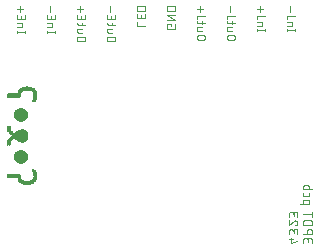
<source format=gbr>
G04 EAGLE Gerber RS-274X export*
G75*
%MOMM*%
%FSLAX34Y34*%
%LPD*%
%INSilkscreen Bottom*%
%IPPOS*%
%AMOC8*
5,1,8,0,0,1.08239X$1,22.5*%
G01*
%ADD10C,0.076200*%
%ADD11R,0.025400X0.152400*%
%ADD12R,0.025400X0.101600*%
%ADD13R,0.025400X0.025400*%
%ADD14R,0.025400X0.050800*%
%ADD15R,0.025400X0.279400*%
%ADD16R,0.025400X0.355600*%
%ADD17R,0.025400X0.304800*%
%ADD18R,0.025400X0.431800*%
%ADD19R,0.025400X0.482600*%
%ADD20R,0.025400X0.533400*%
%ADD21R,0.025400X0.558800*%
%ADD22R,0.025400X0.584200*%
%ADD23R,0.025400X0.609600*%
%ADD24R,0.025400X0.635000*%
%ADD25R,0.025400X0.660400*%
%ADD26R,0.025400X0.406400*%
%ADD27R,0.025400X0.762000*%
%ADD28R,0.025400X0.736600*%
%ADD29R,0.025400X0.457200*%
%ADD30R,0.025400X0.508000*%
%ADD31R,0.025400X0.711200*%
%ADD32R,0.025400X0.838200*%
%ADD33R,0.025400X0.812800*%
%ADD34R,0.025400X0.863600*%
%ADD35R,0.025400X0.889000*%
%ADD36R,0.025400X0.914400*%
%ADD37R,0.025400X0.965200*%
%ADD38R,0.025400X0.787400*%
%ADD39R,0.025400X0.939800*%
%ADD40R,0.025400X0.990600*%
%ADD41R,0.025400X0.381000*%
%ADD42R,0.025400X1.016000*%
%ADD43R,0.025400X1.041400*%
%ADD44R,0.025400X1.066800*%
%ADD45R,0.025400X1.092200*%
%ADD46R,0.025400X0.685800*%
%ADD47R,0.025400X1.117600*%
%ADD48R,0.025400X1.143000*%
%ADD49R,0.025400X0.330200*%
%ADD50R,0.025400X0.076200*%
%ADD51R,0.025400X0.127000*%
%ADD52R,0.025400X0.203200*%
%ADD53R,0.025400X0.177800*%
%ADD54R,0.025400X0.254000*%


D10*
X25019Y191017D02*
X17653Y191017D01*
X17653Y191835D02*
X17653Y190198D01*
X25019Y190198D02*
X25019Y191835D01*
X22564Y194988D02*
X17653Y194988D01*
X22564Y194988D02*
X22564Y197034D01*
X22562Y197103D01*
X22556Y197171D01*
X22547Y197240D01*
X22533Y197307D01*
X22516Y197374D01*
X22495Y197440D01*
X22471Y197504D01*
X22442Y197567D01*
X22411Y197628D01*
X22376Y197687D01*
X22338Y197745D01*
X22296Y197800D01*
X22252Y197852D01*
X22204Y197902D01*
X22154Y197950D01*
X22102Y197994D01*
X22047Y198036D01*
X21989Y198074D01*
X21930Y198109D01*
X21869Y198140D01*
X21806Y198169D01*
X21742Y198193D01*
X21676Y198214D01*
X21609Y198231D01*
X21542Y198245D01*
X21473Y198254D01*
X21405Y198260D01*
X21336Y198262D01*
X17653Y198262D01*
X17653Y201910D02*
X17653Y205183D01*
X17653Y201910D02*
X25019Y201910D01*
X25019Y205183D01*
X21745Y204365D02*
X21745Y201910D01*
X20518Y208068D02*
X20518Y212979D01*
X22973Y210524D02*
X18062Y210524D01*
X43053Y191017D02*
X50419Y191017D01*
X43053Y190198D02*
X43053Y191835D01*
X50419Y191835D02*
X50419Y190198D01*
X47964Y194988D02*
X43053Y194988D01*
X47964Y194988D02*
X47964Y197034D01*
X47962Y197103D01*
X47956Y197171D01*
X47947Y197240D01*
X47933Y197307D01*
X47916Y197374D01*
X47895Y197440D01*
X47871Y197504D01*
X47842Y197567D01*
X47811Y197628D01*
X47776Y197687D01*
X47738Y197745D01*
X47696Y197800D01*
X47652Y197852D01*
X47604Y197902D01*
X47554Y197950D01*
X47502Y197994D01*
X47447Y198036D01*
X47389Y198074D01*
X47330Y198109D01*
X47269Y198140D01*
X47206Y198169D01*
X47142Y198193D01*
X47076Y198214D01*
X47009Y198231D01*
X46942Y198245D01*
X46873Y198254D01*
X46805Y198260D01*
X46736Y198262D01*
X43053Y198262D01*
X43053Y201910D02*
X43053Y205183D01*
X43053Y201910D02*
X50419Y201910D01*
X50419Y205183D01*
X47145Y204365D02*
X47145Y201910D01*
X45918Y208068D02*
X45918Y212979D01*
X70499Y182874D02*
X73773Y182874D01*
X73773Y182875D02*
X73862Y182877D01*
X73951Y182883D01*
X74040Y182893D01*
X74128Y182906D01*
X74216Y182923D01*
X74303Y182945D01*
X74388Y182970D01*
X74473Y182998D01*
X74556Y183031D01*
X74638Y183067D01*
X74718Y183106D01*
X74796Y183149D01*
X74872Y183195D01*
X74947Y183245D01*
X75019Y183298D01*
X75088Y183354D01*
X75155Y183413D01*
X75220Y183474D01*
X75281Y183539D01*
X75340Y183606D01*
X75396Y183675D01*
X75449Y183747D01*
X75499Y183822D01*
X75545Y183898D01*
X75588Y183976D01*
X75627Y184056D01*
X75663Y184138D01*
X75696Y184221D01*
X75724Y184306D01*
X75749Y184391D01*
X75771Y184478D01*
X75788Y184566D01*
X75801Y184654D01*
X75811Y184743D01*
X75817Y184832D01*
X75819Y184921D01*
X75817Y185010D01*
X75811Y185099D01*
X75801Y185188D01*
X75788Y185276D01*
X75771Y185364D01*
X75749Y185451D01*
X75724Y185536D01*
X75696Y185621D01*
X75663Y185704D01*
X75627Y185786D01*
X75588Y185866D01*
X75545Y185944D01*
X75499Y186020D01*
X75449Y186095D01*
X75396Y186167D01*
X75340Y186236D01*
X75281Y186303D01*
X75220Y186368D01*
X75155Y186429D01*
X75088Y186488D01*
X75019Y186544D01*
X74947Y186597D01*
X74872Y186647D01*
X74796Y186693D01*
X74718Y186736D01*
X74638Y186775D01*
X74556Y186811D01*
X74473Y186844D01*
X74388Y186872D01*
X74303Y186897D01*
X74216Y186919D01*
X74128Y186936D01*
X74040Y186949D01*
X73951Y186959D01*
X73862Y186965D01*
X73773Y186967D01*
X70499Y186967D01*
X70410Y186965D01*
X70321Y186959D01*
X70232Y186949D01*
X70144Y186936D01*
X70056Y186919D01*
X69969Y186897D01*
X69884Y186872D01*
X69799Y186844D01*
X69716Y186811D01*
X69634Y186775D01*
X69554Y186736D01*
X69476Y186693D01*
X69400Y186647D01*
X69325Y186597D01*
X69253Y186544D01*
X69184Y186488D01*
X69117Y186429D01*
X69052Y186368D01*
X68991Y186303D01*
X68932Y186236D01*
X68876Y186167D01*
X68823Y186095D01*
X68773Y186020D01*
X68727Y185944D01*
X68684Y185866D01*
X68645Y185786D01*
X68609Y185704D01*
X68576Y185621D01*
X68548Y185536D01*
X68523Y185451D01*
X68501Y185364D01*
X68484Y185276D01*
X68471Y185188D01*
X68461Y185099D01*
X68455Y185010D01*
X68453Y184921D01*
X68455Y184832D01*
X68461Y184743D01*
X68471Y184654D01*
X68484Y184566D01*
X68501Y184478D01*
X68523Y184391D01*
X68548Y184306D01*
X68576Y184221D01*
X68609Y184138D01*
X68645Y184056D01*
X68684Y183976D01*
X68727Y183898D01*
X68773Y183822D01*
X68823Y183747D01*
X68876Y183675D01*
X68932Y183606D01*
X68991Y183539D01*
X69052Y183474D01*
X69117Y183413D01*
X69184Y183354D01*
X69253Y183298D01*
X69325Y183245D01*
X69400Y183195D01*
X69476Y183149D01*
X69554Y183106D01*
X69634Y183067D01*
X69716Y183031D01*
X69799Y182998D01*
X69884Y182970D01*
X69969Y182945D01*
X70056Y182923D01*
X70144Y182906D01*
X70232Y182893D01*
X70321Y182883D01*
X70410Y182877D01*
X70499Y182875D01*
X69681Y190355D02*
X73364Y190355D01*
X69681Y190355D02*
X69612Y190357D01*
X69544Y190363D01*
X69475Y190372D01*
X69408Y190386D01*
X69341Y190403D01*
X69275Y190424D01*
X69211Y190448D01*
X69148Y190477D01*
X69087Y190508D01*
X69028Y190543D01*
X68970Y190581D01*
X68915Y190623D01*
X68863Y190667D01*
X68813Y190715D01*
X68765Y190765D01*
X68721Y190817D01*
X68679Y190872D01*
X68641Y190930D01*
X68606Y190989D01*
X68575Y191050D01*
X68546Y191113D01*
X68522Y191177D01*
X68501Y191243D01*
X68484Y191310D01*
X68470Y191377D01*
X68461Y191446D01*
X68455Y191514D01*
X68453Y191583D01*
X68453Y193629D01*
X73364Y193629D01*
X73364Y196308D02*
X73364Y198764D01*
X75819Y197127D02*
X69681Y197127D01*
X69681Y197126D02*
X69612Y197128D01*
X69544Y197134D01*
X69475Y197143D01*
X69408Y197157D01*
X69341Y197174D01*
X69275Y197195D01*
X69211Y197219D01*
X69148Y197248D01*
X69087Y197279D01*
X69028Y197314D01*
X68970Y197352D01*
X68915Y197394D01*
X68863Y197438D01*
X68813Y197486D01*
X68765Y197536D01*
X68721Y197588D01*
X68679Y197643D01*
X68641Y197701D01*
X68606Y197760D01*
X68575Y197821D01*
X68546Y197884D01*
X68522Y197948D01*
X68501Y198014D01*
X68484Y198081D01*
X68470Y198148D01*
X68461Y198217D01*
X68455Y198285D01*
X68453Y198354D01*
X68453Y198764D01*
X68453Y201910D02*
X68453Y205183D01*
X68453Y201910D02*
X75819Y201910D01*
X75819Y205183D01*
X72545Y204365D02*
X72545Y201910D01*
X71318Y208068D02*
X71318Y212979D01*
X73773Y210524D02*
X68862Y210524D01*
X95899Y182874D02*
X99173Y182874D01*
X99173Y182875D02*
X99262Y182877D01*
X99351Y182883D01*
X99440Y182893D01*
X99528Y182906D01*
X99616Y182923D01*
X99703Y182945D01*
X99788Y182970D01*
X99873Y182998D01*
X99956Y183031D01*
X100038Y183067D01*
X100118Y183106D01*
X100196Y183149D01*
X100272Y183195D01*
X100347Y183245D01*
X100419Y183298D01*
X100488Y183354D01*
X100555Y183413D01*
X100620Y183474D01*
X100681Y183539D01*
X100740Y183606D01*
X100796Y183675D01*
X100849Y183747D01*
X100899Y183822D01*
X100945Y183898D01*
X100988Y183976D01*
X101027Y184056D01*
X101063Y184138D01*
X101096Y184221D01*
X101124Y184306D01*
X101149Y184391D01*
X101171Y184478D01*
X101188Y184566D01*
X101201Y184654D01*
X101211Y184743D01*
X101217Y184832D01*
X101219Y184921D01*
X101217Y185010D01*
X101211Y185099D01*
X101201Y185188D01*
X101188Y185276D01*
X101171Y185364D01*
X101149Y185451D01*
X101124Y185536D01*
X101096Y185621D01*
X101063Y185704D01*
X101027Y185786D01*
X100988Y185866D01*
X100945Y185944D01*
X100899Y186020D01*
X100849Y186095D01*
X100796Y186167D01*
X100740Y186236D01*
X100681Y186303D01*
X100620Y186368D01*
X100555Y186429D01*
X100488Y186488D01*
X100419Y186544D01*
X100347Y186597D01*
X100272Y186647D01*
X100196Y186693D01*
X100118Y186736D01*
X100038Y186775D01*
X99956Y186811D01*
X99873Y186844D01*
X99788Y186872D01*
X99703Y186897D01*
X99616Y186919D01*
X99528Y186936D01*
X99440Y186949D01*
X99351Y186959D01*
X99262Y186965D01*
X99173Y186967D01*
X95899Y186967D01*
X95810Y186965D01*
X95721Y186959D01*
X95632Y186949D01*
X95544Y186936D01*
X95456Y186919D01*
X95369Y186897D01*
X95284Y186872D01*
X95199Y186844D01*
X95116Y186811D01*
X95034Y186775D01*
X94954Y186736D01*
X94876Y186693D01*
X94800Y186647D01*
X94725Y186597D01*
X94653Y186544D01*
X94584Y186488D01*
X94517Y186429D01*
X94452Y186368D01*
X94391Y186303D01*
X94332Y186236D01*
X94276Y186167D01*
X94223Y186095D01*
X94173Y186020D01*
X94127Y185944D01*
X94084Y185866D01*
X94045Y185786D01*
X94009Y185704D01*
X93976Y185621D01*
X93948Y185536D01*
X93923Y185451D01*
X93901Y185364D01*
X93884Y185276D01*
X93871Y185188D01*
X93861Y185099D01*
X93855Y185010D01*
X93853Y184921D01*
X93855Y184832D01*
X93861Y184743D01*
X93871Y184654D01*
X93884Y184566D01*
X93901Y184478D01*
X93923Y184391D01*
X93948Y184306D01*
X93976Y184221D01*
X94009Y184138D01*
X94045Y184056D01*
X94084Y183976D01*
X94127Y183898D01*
X94173Y183822D01*
X94223Y183747D01*
X94276Y183675D01*
X94332Y183606D01*
X94391Y183539D01*
X94452Y183474D01*
X94517Y183413D01*
X94584Y183354D01*
X94653Y183298D01*
X94725Y183245D01*
X94800Y183195D01*
X94876Y183149D01*
X94954Y183106D01*
X95034Y183067D01*
X95116Y183031D01*
X95199Y182998D01*
X95284Y182970D01*
X95369Y182945D01*
X95456Y182923D01*
X95544Y182906D01*
X95632Y182893D01*
X95721Y182883D01*
X95810Y182877D01*
X95899Y182875D01*
X95081Y190355D02*
X98764Y190355D01*
X95081Y190355D02*
X95012Y190357D01*
X94944Y190363D01*
X94875Y190372D01*
X94808Y190386D01*
X94741Y190403D01*
X94675Y190424D01*
X94611Y190448D01*
X94548Y190477D01*
X94487Y190508D01*
X94428Y190543D01*
X94370Y190581D01*
X94315Y190623D01*
X94263Y190667D01*
X94213Y190715D01*
X94165Y190765D01*
X94121Y190817D01*
X94079Y190872D01*
X94041Y190930D01*
X94006Y190989D01*
X93975Y191050D01*
X93946Y191113D01*
X93922Y191177D01*
X93901Y191243D01*
X93884Y191310D01*
X93870Y191377D01*
X93861Y191446D01*
X93855Y191514D01*
X93853Y191583D01*
X93853Y193629D01*
X98764Y193629D01*
X98764Y196308D02*
X98764Y198764D01*
X101219Y197127D02*
X95081Y197127D01*
X95081Y197126D02*
X95012Y197128D01*
X94944Y197134D01*
X94875Y197143D01*
X94808Y197157D01*
X94741Y197174D01*
X94675Y197195D01*
X94611Y197219D01*
X94548Y197248D01*
X94487Y197279D01*
X94428Y197314D01*
X94370Y197352D01*
X94315Y197394D01*
X94263Y197438D01*
X94213Y197486D01*
X94165Y197536D01*
X94121Y197588D01*
X94079Y197643D01*
X94041Y197701D01*
X94006Y197760D01*
X93975Y197821D01*
X93946Y197884D01*
X93922Y197948D01*
X93901Y198014D01*
X93884Y198081D01*
X93870Y198148D01*
X93861Y198217D01*
X93855Y198285D01*
X93853Y198354D01*
X93853Y198764D01*
X93853Y201910D02*
X93853Y205183D01*
X93853Y201910D02*
X101219Y201910D01*
X101219Y205183D01*
X97945Y204365D02*
X97945Y201910D01*
X96718Y208068D02*
X96718Y212979D01*
X119253Y196223D02*
X126619Y196223D01*
X119253Y196223D02*
X119253Y199497D01*
X119253Y202563D02*
X119253Y205836D01*
X119253Y202563D02*
X126619Y202563D01*
X126619Y205836D01*
X123345Y205018D02*
X123345Y202563D01*
X126619Y208887D02*
X119253Y208887D01*
X126619Y208887D02*
X126619Y210933D01*
X126617Y211022D01*
X126611Y211111D01*
X126601Y211200D01*
X126588Y211288D01*
X126571Y211376D01*
X126549Y211463D01*
X126524Y211548D01*
X126496Y211633D01*
X126463Y211716D01*
X126427Y211798D01*
X126388Y211878D01*
X126345Y211956D01*
X126299Y212032D01*
X126249Y212107D01*
X126196Y212179D01*
X126140Y212248D01*
X126081Y212315D01*
X126020Y212380D01*
X125955Y212441D01*
X125888Y212500D01*
X125819Y212556D01*
X125747Y212609D01*
X125672Y212659D01*
X125596Y212705D01*
X125518Y212748D01*
X125438Y212787D01*
X125356Y212823D01*
X125273Y212856D01*
X125188Y212884D01*
X125103Y212909D01*
X125016Y212931D01*
X124928Y212948D01*
X124840Y212961D01*
X124751Y212971D01*
X124662Y212977D01*
X124573Y212979D01*
X121299Y212979D01*
X121210Y212977D01*
X121121Y212971D01*
X121032Y212961D01*
X120944Y212948D01*
X120856Y212931D01*
X120769Y212909D01*
X120684Y212884D01*
X120599Y212856D01*
X120516Y212823D01*
X120434Y212787D01*
X120354Y212748D01*
X120276Y212705D01*
X120200Y212659D01*
X120125Y212609D01*
X120053Y212556D01*
X119984Y212500D01*
X119917Y212441D01*
X119852Y212380D01*
X119791Y212315D01*
X119732Y212248D01*
X119676Y212179D01*
X119623Y212107D01*
X119573Y212032D01*
X119527Y211956D01*
X119484Y211878D01*
X119445Y211798D01*
X119409Y211716D01*
X119376Y211633D01*
X119348Y211548D01*
X119323Y211463D01*
X119301Y211376D01*
X119284Y211288D01*
X119271Y211200D01*
X119261Y211111D01*
X119255Y211022D01*
X119253Y210933D01*
X119253Y208887D01*
X148745Y197373D02*
X148745Y196146D01*
X148745Y197373D02*
X144653Y197373D01*
X144653Y194918D01*
X144655Y194840D01*
X144660Y194762D01*
X144670Y194685D01*
X144683Y194608D01*
X144699Y194532D01*
X144719Y194457D01*
X144743Y194383D01*
X144770Y194310D01*
X144801Y194238D01*
X144835Y194168D01*
X144872Y194100D01*
X144913Y194033D01*
X144957Y193968D01*
X145003Y193906D01*
X145053Y193846D01*
X145105Y193788D01*
X145160Y193733D01*
X145218Y193681D01*
X145278Y193631D01*
X145340Y193585D01*
X145405Y193541D01*
X145472Y193500D01*
X145540Y193463D01*
X145610Y193429D01*
X145682Y193398D01*
X145755Y193371D01*
X145829Y193347D01*
X145904Y193327D01*
X145980Y193311D01*
X146057Y193298D01*
X146134Y193288D01*
X146212Y193283D01*
X146290Y193281D01*
X150382Y193281D01*
X150460Y193283D01*
X150538Y193288D01*
X150615Y193298D01*
X150692Y193311D01*
X150768Y193327D01*
X150843Y193347D01*
X150917Y193371D01*
X150990Y193398D01*
X151062Y193429D01*
X151132Y193463D01*
X151201Y193500D01*
X151267Y193541D01*
X151332Y193585D01*
X151394Y193631D01*
X151454Y193681D01*
X151512Y193733D01*
X151567Y193788D01*
X151619Y193846D01*
X151669Y193906D01*
X151715Y193968D01*
X151759Y194033D01*
X151800Y194100D01*
X151837Y194168D01*
X151871Y194238D01*
X151902Y194310D01*
X151929Y194383D01*
X151953Y194457D01*
X151973Y194532D01*
X151989Y194608D01*
X152002Y194685D01*
X152012Y194762D01*
X152017Y194840D01*
X152019Y194918D01*
X152019Y197373D01*
X152019Y201084D02*
X144653Y201084D01*
X144653Y205176D02*
X152019Y201084D01*
X152019Y205176D02*
X144653Y205176D01*
X144653Y208887D02*
X152019Y208887D01*
X152019Y210933D01*
X152017Y211022D01*
X152011Y211111D01*
X152001Y211200D01*
X151988Y211288D01*
X151971Y211376D01*
X151949Y211463D01*
X151924Y211548D01*
X151896Y211633D01*
X151863Y211716D01*
X151827Y211798D01*
X151788Y211878D01*
X151745Y211956D01*
X151699Y212032D01*
X151649Y212107D01*
X151596Y212179D01*
X151540Y212248D01*
X151481Y212315D01*
X151420Y212380D01*
X151355Y212441D01*
X151288Y212500D01*
X151219Y212556D01*
X151147Y212609D01*
X151072Y212659D01*
X150996Y212705D01*
X150918Y212748D01*
X150838Y212787D01*
X150756Y212823D01*
X150673Y212856D01*
X150588Y212884D01*
X150503Y212909D01*
X150416Y212931D01*
X150328Y212948D01*
X150240Y212961D01*
X150151Y212971D01*
X150062Y212977D01*
X149973Y212979D01*
X146699Y212979D01*
X146610Y212977D01*
X146521Y212971D01*
X146432Y212961D01*
X146344Y212948D01*
X146256Y212931D01*
X146169Y212909D01*
X146084Y212884D01*
X145999Y212856D01*
X145916Y212823D01*
X145834Y212787D01*
X145754Y212748D01*
X145676Y212705D01*
X145600Y212659D01*
X145525Y212609D01*
X145453Y212556D01*
X145384Y212500D01*
X145317Y212441D01*
X145252Y212380D01*
X145191Y212315D01*
X145132Y212248D01*
X145076Y212179D01*
X145023Y212107D01*
X144973Y212032D01*
X144927Y211956D01*
X144884Y211878D01*
X144845Y211798D01*
X144809Y211716D01*
X144776Y211633D01*
X144748Y211548D01*
X144723Y211463D01*
X144701Y211376D01*
X144684Y211288D01*
X144671Y211200D01*
X144661Y211111D01*
X144655Y211022D01*
X144653Y210933D01*
X144653Y208887D01*
X172099Y184094D02*
X175373Y184094D01*
X175462Y184096D01*
X175551Y184102D01*
X175640Y184112D01*
X175728Y184125D01*
X175816Y184142D01*
X175903Y184164D01*
X175988Y184189D01*
X176073Y184217D01*
X176156Y184250D01*
X176238Y184286D01*
X176318Y184325D01*
X176396Y184368D01*
X176472Y184414D01*
X176547Y184464D01*
X176619Y184517D01*
X176688Y184573D01*
X176755Y184632D01*
X176820Y184693D01*
X176881Y184758D01*
X176940Y184825D01*
X176996Y184894D01*
X177049Y184966D01*
X177099Y185041D01*
X177145Y185117D01*
X177188Y185195D01*
X177227Y185275D01*
X177263Y185357D01*
X177296Y185440D01*
X177324Y185525D01*
X177349Y185610D01*
X177371Y185697D01*
X177388Y185785D01*
X177401Y185873D01*
X177411Y185962D01*
X177417Y186051D01*
X177419Y186140D01*
X177417Y186229D01*
X177411Y186318D01*
X177401Y186407D01*
X177388Y186495D01*
X177371Y186583D01*
X177349Y186670D01*
X177324Y186755D01*
X177296Y186840D01*
X177263Y186923D01*
X177227Y187005D01*
X177188Y187085D01*
X177145Y187163D01*
X177099Y187239D01*
X177049Y187314D01*
X176996Y187386D01*
X176940Y187455D01*
X176881Y187522D01*
X176820Y187587D01*
X176755Y187648D01*
X176688Y187707D01*
X176619Y187763D01*
X176547Y187816D01*
X176472Y187866D01*
X176396Y187912D01*
X176318Y187955D01*
X176238Y187994D01*
X176156Y188030D01*
X176073Y188063D01*
X175988Y188091D01*
X175903Y188116D01*
X175816Y188138D01*
X175728Y188155D01*
X175640Y188168D01*
X175551Y188178D01*
X175462Y188184D01*
X175373Y188186D01*
X172099Y188186D01*
X172010Y188184D01*
X171921Y188178D01*
X171832Y188168D01*
X171744Y188155D01*
X171656Y188138D01*
X171569Y188116D01*
X171484Y188091D01*
X171399Y188063D01*
X171316Y188030D01*
X171234Y187994D01*
X171154Y187955D01*
X171076Y187912D01*
X171000Y187866D01*
X170925Y187816D01*
X170853Y187763D01*
X170784Y187707D01*
X170717Y187648D01*
X170652Y187587D01*
X170591Y187522D01*
X170532Y187455D01*
X170476Y187386D01*
X170423Y187314D01*
X170373Y187239D01*
X170327Y187163D01*
X170284Y187085D01*
X170245Y187005D01*
X170209Y186923D01*
X170176Y186840D01*
X170148Y186755D01*
X170123Y186670D01*
X170101Y186583D01*
X170084Y186495D01*
X170071Y186407D01*
X170061Y186318D01*
X170055Y186229D01*
X170053Y186140D01*
X170055Y186051D01*
X170061Y185962D01*
X170071Y185873D01*
X170084Y185785D01*
X170101Y185697D01*
X170123Y185610D01*
X170148Y185525D01*
X170176Y185440D01*
X170209Y185357D01*
X170245Y185275D01*
X170284Y185195D01*
X170327Y185117D01*
X170373Y185041D01*
X170423Y184966D01*
X170476Y184894D01*
X170532Y184825D01*
X170591Y184758D01*
X170652Y184693D01*
X170717Y184632D01*
X170784Y184573D01*
X170853Y184517D01*
X170925Y184464D01*
X171000Y184414D01*
X171076Y184368D01*
X171154Y184325D01*
X171234Y184286D01*
X171316Y184250D01*
X171399Y184217D01*
X171484Y184189D01*
X171569Y184164D01*
X171656Y184142D01*
X171744Y184125D01*
X171832Y184112D01*
X171921Y184102D01*
X172010Y184096D01*
X172099Y184094D01*
X171281Y191574D02*
X174964Y191574D01*
X171281Y191574D02*
X171212Y191576D01*
X171144Y191582D01*
X171075Y191591D01*
X171008Y191605D01*
X170941Y191622D01*
X170875Y191643D01*
X170811Y191667D01*
X170748Y191696D01*
X170687Y191727D01*
X170628Y191762D01*
X170570Y191800D01*
X170515Y191842D01*
X170463Y191886D01*
X170413Y191934D01*
X170365Y191984D01*
X170321Y192036D01*
X170279Y192091D01*
X170241Y192149D01*
X170206Y192208D01*
X170175Y192269D01*
X170146Y192332D01*
X170122Y192396D01*
X170101Y192462D01*
X170084Y192529D01*
X170070Y192596D01*
X170061Y192665D01*
X170055Y192733D01*
X170053Y192802D01*
X170053Y194848D01*
X174964Y194848D01*
X174964Y197528D02*
X174964Y199983D01*
X177419Y198346D02*
X171281Y198346D01*
X171212Y198348D01*
X171144Y198354D01*
X171075Y198363D01*
X171008Y198377D01*
X170941Y198394D01*
X170875Y198415D01*
X170811Y198439D01*
X170748Y198468D01*
X170687Y198499D01*
X170628Y198534D01*
X170570Y198572D01*
X170515Y198614D01*
X170463Y198658D01*
X170413Y198706D01*
X170365Y198756D01*
X170321Y198808D01*
X170279Y198863D01*
X170241Y198921D01*
X170206Y198980D01*
X170175Y199041D01*
X170146Y199104D01*
X170122Y199168D01*
X170101Y199234D01*
X170084Y199301D01*
X170070Y199368D01*
X170061Y199437D01*
X170055Y199505D01*
X170053Y199574D01*
X170053Y199983D01*
X171690Y204555D02*
X177419Y204555D01*
X171690Y204556D02*
X171612Y204554D01*
X171534Y204549D01*
X171457Y204539D01*
X171380Y204526D01*
X171304Y204510D01*
X171229Y204490D01*
X171155Y204466D01*
X171082Y204439D01*
X171010Y204408D01*
X170940Y204374D01*
X170872Y204337D01*
X170805Y204296D01*
X170740Y204252D01*
X170678Y204206D01*
X170618Y204156D01*
X170560Y204104D01*
X170505Y204049D01*
X170453Y203991D01*
X170403Y203931D01*
X170357Y203869D01*
X170313Y203804D01*
X170272Y203738D01*
X170235Y203669D01*
X170201Y203599D01*
X170170Y203527D01*
X170143Y203454D01*
X170119Y203380D01*
X170099Y203305D01*
X170083Y203229D01*
X170070Y203152D01*
X170060Y203075D01*
X170055Y202997D01*
X170053Y202919D01*
X170053Y202100D01*
X172918Y208068D02*
X172918Y212979D01*
X175373Y210524D02*
X170462Y210524D01*
X197499Y184094D02*
X200773Y184094D01*
X200862Y184096D01*
X200951Y184102D01*
X201040Y184112D01*
X201128Y184125D01*
X201216Y184142D01*
X201303Y184164D01*
X201388Y184189D01*
X201473Y184217D01*
X201556Y184250D01*
X201638Y184286D01*
X201718Y184325D01*
X201796Y184368D01*
X201872Y184414D01*
X201947Y184464D01*
X202019Y184517D01*
X202088Y184573D01*
X202155Y184632D01*
X202220Y184693D01*
X202281Y184758D01*
X202340Y184825D01*
X202396Y184894D01*
X202449Y184966D01*
X202499Y185041D01*
X202545Y185117D01*
X202588Y185195D01*
X202627Y185275D01*
X202663Y185357D01*
X202696Y185440D01*
X202724Y185525D01*
X202749Y185610D01*
X202771Y185697D01*
X202788Y185785D01*
X202801Y185873D01*
X202811Y185962D01*
X202817Y186051D01*
X202819Y186140D01*
X202817Y186229D01*
X202811Y186318D01*
X202801Y186407D01*
X202788Y186495D01*
X202771Y186583D01*
X202749Y186670D01*
X202724Y186755D01*
X202696Y186840D01*
X202663Y186923D01*
X202627Y187005D01*
X202588Y187085D01*
X202545Y187163D01*
X202499Y187239D01*
X202449Y187314D01*
X202396Y187386D01*
X202340Y187455D01*
X202281Y187522D01*
X202220Y187587D01*
X202155Y187648D01*
X202088Y187707D01*
X202019Y187763D01*
X201947Y187816D01*
X201872Y187866D01*
X201796Y187912D01*
X201718Y187955D01*
X201638Y187994D01*
X201556Y188030D01*
X201473Y188063D01*
X201388Y188091D01*
X201303Y188116D01*
X201216Y188138D01*
X201128Y188155D01*
X201040Y188168D01*
X200951Y188178D01*
X200862Y188184D01*
X200773Y188186D01*
X197499Y188186D01*
X197410Y188184D01*
X197321Y188178D01*
X197232Y188168D01*
X197144Y188155D01*
X197056Y188138D01*
X196969Y188116D01*
X196884Y188091D01*
X196799Y188063D01*
X196716Y188030D01*
X196634Y187994D01*
X196554Y187955D01*
X196476Y187912D01*
X196400Y187866D01*
X196325Y187816D01*
X196253Y187763D01*
X196184Y187707D01*
X196117Y187648D01*
X196052Y187587D01*
X195991Y187522D01*
X195932Y187455D01*
X195876Y187386D01*
X195823Y187314D01*
X195773Y187239D01*
X195727Y187163D01*
X195684Y187085D01*
X195645Y187005D01*
X195609Y186923D01*
X195576Y186840D01*
X195548Y186755D01*
X195523Y186670D01*
X195501Y186583D01*
X195484Y186495D01*
X195471Y186407D01*
X195461Y186318D01*
X195455Y186229D01*
X195453Y186140D01*
X195455Y186051D01*
X195461Y185962D01*
X195471Y185873D01*
X195484Y185785D01*
X195501Y185697D01*
X195523Y185610D01*
X195548Y185525D01*
X195576Y185440D01*
X195609Y185357D01*
X195645Y185275D01*
X195684Y185195D01*
X195727Y185117D01*
X195773Y185041D01*
X195823Y184966D01*
X195876Y184894D01*
X195932Y184825D01*
X195991Y184758D01*
X196052Y184693D01*
X196117Y184632D01*
X196184Y184573D01*
X196253Y184517D01*
X196325Y184464D01*
X196400Y184414D01*
X196476Y184368D01*
X196554Y184325D01*
X196634Y184286D01*
X196716Y184250D01*
X196799Y184217D01*
X196884Y184189D01*
X196969Y184164D01*
X197056Y184142D01*
X197144Y184125D01*
X197232Y184112D01*
X197321Y184102D01*
X197410Y184096D01*
X197499Y184094D01*
X196681Y191574D02*
X200364Y191574D01*
X196681Y191574D02*
X196612Y191576D01*
X196544Y191582D01*
X196475Y191591D01*
X196408Y191605D01*
X196341Y191622D01*
X196275Y191643D01*
X196211Y191667D01*
X196148Y191696D01*
X196087Y191727D01*
X196028Y191762D01*
X195970Y191800D01*
X195915Y191842D01*
X195863Y191886D01*
X195813Y191934D01*
X195765Y191984D01*
X195721Y192036D01*
X195679Y192091D01*
X195641Y192149D01*
X195606Y192208D01*
X195575Y192269D01*
X195546Y192332D01*
X195522Y192396D01*
X195501Y192462D01*
X195484Y192529D01*
X195470Y192596D01*
X195461Y192665D01*
X195455Y192733D01*
X195453Y192802D01*
X195453Y194848D01*
X200364Y194848D01*
X200364Y197528D02*
X200364Y199983D01*
X202819Y198346D02*
X196681Y198346D01*
X196612Y198348D01*
X196544Y198354D01*
X196475Y198363D01*
X196408Y198377D01*
X196341Y198394D01*
X196275Y198415D01*
X196211Y198439D01*
X196148Y198468D01*
X196087Y198499D01*
X196028Y198534D01*
X195970Y198572D01*
X195915Y198614D01*
X195863Y198658D01*
X195813Y198706D01*
X195765Y198756D01*
X195721Y198808D01*
X195679Y198863D01*
X195641Y198921D01*
X195606Y198980D01*
X195575Y199041D01*
X195546Y199104D01*
X195522Y199168D01*
X195501Y199234D01*
X195484Y199301D01*
X195470Y199368D01*
X195461Y199437D01*
X195455Y199505D01*
X195453Y199574D01*
X195453Y199983D01*
X197090Y204555D02*
X202819Y204555D01*
X197090Y204556D02*
X197012Y204554D01*
X196934Y204549D01*
X196857Y204539D01*
X196780Y204526D01*
X196704Y204510D01*
X196629Y204490D01*
X196555Y204466D01*
X196482Y204439D01*
X196410Y204408D01*
X196340Y204374D01*
X196272Y204337D01*
X196205Y204296D01*
X196140Y204252D01*
X196078Y204206D01*
X196018Y204156D01*
X195960Y204104D01*
X195905Y204049D01*
X195853Y203991D01*
X195803Y203931D01*
X195757Y203869D01*
X195713Y203804D01*
X195672Y203738D01*
X195635Y203669D01*
X195601Y203599D01*
X195570Y203527D01*
X195543Y203454D01*
X195519Y203380D01*
X195499Y203305D01*
X195483Y203229D01*
X195470Y203152D01*
X195460Y203075D01*
X195455Y202997D01*
X195453Y202919D01*
X195453Y202100D01*
X198318Y208068D02*
X198318Y212979D01*
X220853Y192236D02*
X228219Y192236D01*
X220853Y191417D02*
X220853Y193054D01*
X228219Y193054D02*
X228219Y191417D01*
X225764Y196207D02*
X220853Y196207D01*
X225764Y196207D02*
X225764Y198253D01*
X225762Y198322D01*
X225756Y198390D01*
X225747Y198459D01*
X225733Y198526D01*
X225716Y198593D01*
X225695Y198659D01*
X225671Y198723D01*
X225642Y198786D01*
X225611Y198847D01*
X225576Y198906D01*
X225538Y198964D01*
X225496Y199019D01*
X225452Y199071D01*
X225404Y199121D01*
X225354Y199169D01*
X225302Y199213D01*
X225247Y199255D01*
X225189Y199293D01*
X225130Y199328D01*
X225069Y199359D01*
X225006Y199388D01*
X224942Y199412D01*
X224876Y199433D01*
X224809Y199450D01*
X224742Y199464D01*
X224673Y199473D01*
X224605Y199479D01*
X224536Y199481D01*
X220853Y199481D01*
X222490Y204555D02*
X228219Y204555D01*
X222490Y204556D02*
X222412Y204554D01*
X222334Y204549D01*
X222257Y204539D01*
X222180Y204526D01*
X222104Y204510D01*
X222029Y204490D01*
X221955Y204466D01*
X221882Y204439D01*
X221810Y204408D01*
X221740Y204374D01*
X221672Y204337D01*
X221605Y204296D01*
X221540Y204252D01*
X221478Y204206D01*
X221418Y204156D01*
X221360Y204104D01*
X221305Y204049D01*
X221253Y203991D01*
X221203Y203931D01*
X221157Y203869D01*
X221113Y203804D01*
X221072Y203738D01*
X221035Y203669D01*
X221001Y203599D01*
X220970Y203527D01*
X220943Y203454D01*
X220919Y203380D01*
X220899Y203305D01*
X220883Y203229D01*
X220870Y203152D01*
X220860Y203075D01*
X220855Y202997D01*
X220853Y202919D01*
X220853Y202100D01*
X223718Y208068D02*
X223718Y212979D01*
X226173Y210524D02*
X221262Y210524D01*
X246253Y192236D02*
X253619Y192236D01*
X246253Y191417D02*
X246253Y193054D01*
X253619Y193054D02*
X253619Y191417D01*
X251164Y196207D02*
X246253Y196207D01*
X251164Y196207D02*
X251164Y198253D01*
X251162Y198322D01*
X251156Y198390D01*
X251147Y198459D01*
X251133Y198526D01*
X251116Y198593D01*
X251095Y198659D01*
X251071Y198723D01*
X251042Y198786D01*
X251011Y198847D01*
X250976Y198906D01*
X250938Y198964D01*
X250896Y199019D01*
X250852Y199071D01*
X250804Y199121D01*
X250754Y199169D01*
X250702Y199213D01*
X250647Y199255D01*
X250589Y199293D01*
X250530Y199328D01*
X250469Y199359D01*
X250406Y199388D01*
X250342Y199412D01*
X250276Y199433D01*
X250209Y199450D01*
X250142Y199464D01*
X250073Y199473D01*
X250005Y199479D01*
X249936Y199481D01*
X246253Y199481D01*
X247890Y204555D02*
X253619Y204555D01*
X247890Y204556D02*
X247812Y204554D01*
X247734Y204549D01*
X247657Y204539D01*
X247580Y204526D01*
X247504Y204510D01*
X247429Y204490D01*
X247355Y204466D01*
X247282Y204439D01*
X247210Y204408D01*
X247140Y204374D01*
X247072Y204337D01*
X247005Y204296D01*
X246940Y204252D01*
X246878Y204206D01*
X246818Y204156D01*
X246760Y204104D01*
X246705Y204049D01*
X246653Y203991D01*
X246603Y203931D01*
X246557Y203869D01*
X246513Y203804D01*
X246472Y203738D01*
X246435Y203669D01*
X246401Y203599D01*
X246370Y203527D01*
X246343Y203454D01*
X246319Y203380D01*
X246299Y203305D01*
X246283Y203229D01*
X246270Y203152D01*
X246260Y203075D01*
X246255Y202997D01*
X246253Y202919D01*
X246253Y202100D01*
X249118Y208068D02*
X249118Y212979D01*
D11*
X10160Y137033D03*
D12*
X10160Y109347D03*
D13*
X10160Y108458D03*
X10160Y97282D03*
D14*
X10160Y96647D03*
D13*
X10160Y96012D03*
D11*
X10160Y68961D03*
D15*
X10414Y136906D03*
D16*
X10414Y108839D03*
X10414Y96901D03*
D15*
X10414Y68834D03*
D17*
X10668Y136779D03*
D18*
X10668Y108712D03*
X10668Y97028D03*
D17*
X10668Y68707D03*
X10922Y137033D03*
D19*
X10922Y108712D03*
X10922Y97282D03*
D17*
X10922Y68961D03*
X11176Y136779D03*
D20*
X11176Y108458D03*
X11176Y97282D03*
D15*
X11176Y68834D03*
D17*
X11430Y137033D03*
D21*
X11430Y108331D03*
X11430Y97409D03*
D17*
X11430Y68961D03*
X11684Y136779D03*
D22*
X11684Y108204D03*
X11684Y97536D03*
D17*
X11684Y68707D03*
X11938Y137033D03*
D23*
X11938Y108077D03*
X11938Y97663D03*
D17*
X11938Y68961D03*
X12192Y136779D03*
D24*
X12192Y107950D03*
X12192Y97790D03*
D15*
X12192Y68834D03*
D17*
X12446Y137033D03*
D25*
X12446Y107823D03*
D24*
X12446Y98044D03*
D17*
X12446Y68961D03*
X12700Y136779D03*
D12*
X12700Y110363D03*
D13*
X12700Y109474D03*
D19*
X12700Y106680D03*
X12700Y99060D03*
D11*
X12700Y95631D03*
D17*
X12700Y68707D03*
X12954Y137033D03*
D18*
X12954Y106172D03*
X12954Y99568D03*
D17*
X12954Y68961D03*
X13208Y136779D03*
D26*
X13208Y105791D03*
X13208Y99949D03*
D15*
X13208Y68834D03*
D17*
X13462Y137033D03*
D26*
X13462Y105537D03*
X13462Y100203D03*
D17*
X13462Y68961D03*
X13716Y136779D03*
D26*
X13716Y105283D03*
X13716Y100457D03*
D17*
X13716Y68707D03*
X13970Y137033D03*
D26*
X13970Y105029D03*
X13970Y100711D03*
D17*
X13970Y68961D03*
X14224Y136779D03*
D27*
X14224Y102743D03*
D15*
X14224Y68834D03*
D17*
X14478Y137033D03*
D28*
X14478Y102870D03*
D17*
X14478Y68961D03*
X14732Y136779D03*
D25*
X14732Y102743D03*
D17*
X14732Y68707D03*
X14986Y137033D03*
D24*
X14986Y102870D03*
D17*
X14986Y68961D03*
X15240Y136779D03*
D22*
X15240Y102616D03*
D15*
X15240Y68834D03*
D17*
X15494Y137033D03*
D20*
X15494Y102870D03*
D17*
X15494Y68961D03*
X15748Y136779D03*
D19*
X15748Y102616D03*
D17*
X15748Y68707D03*
X16002Y137033D03*
D18*
X16002Y102616D03*
D17*
X16002Y68961D03*
X16256Y136779D03*
D15*
X16256Y120650D03*
D26*
X16256Y102743D03*
D17*
X16256Y84963D03*
D15*
X16256Y68834D03*
D17*
X16510Y137033D03*
D29*
X16510Y120777D03*
D18*
X16510Y102870D03*
D29*
X16510Y85217D03*
D17*
X16510Y68961D03*
X16764Y136779D03*
D20*
X16764Y120650D03*
D30*
X16764Y102743D03*
D21*
X16764Y84963D03*
D17*
X16764Y68707D03*
X17018Y137033D03*
D25*
X17018Y120777D03*
D20*
X17018Y102870D03*
D24*
X17018Y85090D03*
D17*
X17018Y68961D03*
X17272Y136779D03*
D31*
X17272Y120777D03*
D23*
X17272Y102743D03*
D31*
X17272Y84963D03*
D15*
X17272Y68834D03*
D17*
X17526Y137033D03*
D27*
X17526Y120777D03*
D24*
X17526Y102870D03*
D27*
X17526Y85217D03*
D17*
X17526Y68961D03*
X17780Y136779D03*
D32*
X17780Y120650D03*
D25*
X17780Y102743D03*
D33*
X17780Y84963D03*
D17*
X17780Y68707D03*
X18034Y137033D03*
D34*
X18034Y120777D03*
D31*
X18034Y102743D03*
D34*
X18034Y85217D03*
D17*
X18034Y68961D03*
X18288Y136779D03*
D35*
X18288Y120650D03*
D27*
X18288Y102743D03*
D36*
X18288Y84963D03*
D15*
X18288Y68834D03*
D17*
X18542Y137033D03*
D37*
X18542Y120777D03*
D38*
X18542Y102870D03*
D39*
X18542Y85090D03*
D17*
X18542Y68961D03*
X18796Y136779D03*
D40*
X18796Y120650D03*
D33*
X18796Y102743D03*
D40*
X18796Y85090D03*
D17*
X18796Y68707D03*
D41*
X19050Y137414D03*
D42*
X19050Y120777D03*
D34*
X19050Y102743D03*
D40*
X19050Y85090D03*
D26*
X19050Y68453D03*
D19*
X19304Y137668D03*
D43*
X19304Y120650D03*
D36*
X19304Y102743D03*
D43*
X19304Y85090D03*
D19*
X19304Y67818D03*
D20*
X19558Y138176D03*
D44*
X19558Y120777D03*
D39*
X19558Y102870D03*
D43*
X19558Y85090D03*
D21*
X19558Y67691D03*
D23*
X19812Y138303D03*
D44*
X19812Y120777D03*
D39*
X19812Y102870D03*
D44*
X19812Y84963D03*
D22*
X19812Y67310D03*
D23*
X20066Y138557D03*
D45*
X20066Y120650D03*
D40*
X20066Y102870D03*
D45*
X20066Y85090D03*
D24*
X20066Y67310D03*
X20320Y138684D03*
D45*
X20320Y120650D03*
D42*
X20320Y102743D03*
D45*
X20320Y85090D03*
D25*
X20320Y66929D03*
D46*
X20574Y138938D03*
D47*
X20574Y120777D03*
D43*
X20574Y102870D03*
D47*
X20574Y85217D03*
D25*
X20574Y66929D03*
D46*
X20828Y138938D03*
D48*
X20828Y120650D03*
D43*
X20828Y102870D03*
D47*
X20828Y84963D03*
D46*
X20828Y66548D03*
X21082Y139446D03*
D47*
X21082Y120777D03*
D44*
X21082Y102743D03*
D48*
X21082Y85090D03*
D25*
X21082Y66421D03*
D19*
X21336Y140462D03*
D48*
X21336Y120650D03*
D44*
X21336Y102743D03*
D48*
X21336Y85090D03*
D19*
X21336Y65278D03*
D18*
X21590Y140970D03*
D47*
X21590Y120777D03*
D45*
X21590Y102870D03*
D48*
X21590Y85090D03*
D26*
X21590Y64897D03*
D41*
X21844Y141224D03*
D48*
X21844Y120650D03*
D47*
X21844Y102743D03*
D48*
X21844Y85090D03*
D26*
X21844Y64389D03*
D41*
X22098Y141478D03*
D47*
X22098Y120777D03*
D45*
X22098Y102870D03*
D48*
X22098Y85090D03*
D41*
X22098Y64262D03*
X22352Y141732D03*
D48*
X22352Y120650D03*
D47*
X22352Y102743D03*
X22352Y84963D03*
D41*
X22352Y64008D03*
D16*
X22606Y141859D03*
D47*
X22606Y120777D03*
D48*
X22606Y102870D03*
X22606Y85090D03*
D16*
X22606Y63881D03*
D49*
X22860Y141986D03*
D47*
X22860Y120777D03*
X22860Y102743D03*
X22860Y84963D03*
D16*
X22860Y63627D03*
D49*
X23114Y142240D03*
D47*
X23114Y120777D03*
D48*
X23114Y102870D03*
D45*
X23114Y85090D03*
D16*
X23114Y63627D03*
D49*
X23368Y142240D03*
D45*
X23368Y120650D03*
D47*
X23368Y102743D03*
D45*
X23368Y85090D03*
D49*
X23368Y63500D03*
X23622Y142494D03*
D44*
X23622Y120777D03*
D47*
X23622Y102997D03*
D45*
X23622Y85090D03*
D49*
X23622Y63500D03*
X23876Y142494D03*
D44*
X23876Y120777D03*
D47*
X23876Y102743D03*
D44*
X23876Y84963D03*
D49*
X23876Y63246D03*
D17*
X24130Y142621D03*
D43*
X24130Y120650D03*
D45*
X24130Y102870D03*
D43*
X24130Y85090D03*
D49*
X24130Y63246D03*
D17*
X24384Y142621D03*
D40*
X24384Y120650D03*
D45*
X24384Y102870D03*
D42*
X24384Y84963D03*
D17*
X24384Y63119D03*
D49*
X24638Y142748D03*
D37*
X24638Y120777D03*
D45*
X24638Y102870D03*
D40*
X24638Y85090D03*
D17*
X24638Y63119D03*
D49*
X24892Y142748D03*
D39*
X24892Y120650D03*
D44*
X24892Y102743D03*
D37*
X24892Y84963D03*
D49*
X24892Y62992D03*
D17*
X25146Y142875D03*
D36*
X25146Y120777D03*
D43*
X25146Y102870D03*
D36*
X25146Y85217D03*
D49*
X25146Y62992D03*
X25400Y142748D03*
D35*
X25400Y120650D03*
D40*
X25400Y102870D03*
D34*
X25400Y84963D03*
D17*
X25400Y62865D03*
X25654Y142875D03*
D32*
X25654Y120650D03*
D40*
X25654Y102870D03*
D32*
X25654Y85090D03*
D49*
X25654Y62992D03*
D17*
X25908Y142875D03*
D38*
X25908Y120650D03*
D39*
X25908Y102870D03*
D38*
X25908Y85090D03*
D17*
X25908Y62865D03*
X26162Y142875D03*
D31*
X26162Y120777D03*
D35*
X26162Y102870D03*
D28*
X26162Y85090D03*
D17*
X26162Y62865D03*
X26416Y142875D03*
D25*
X26416Y120777D03*
D32*
X26416Y102870D03*
D25*
X26416Y84963D03*
D17*
X26416Y62865D03*
D49*
X26670Y143002D03*
D21*
X26670Y120777D03*
D38*
X26670Y102870D03*
D22*
X26670Y85090D03*
D17*
X26670Y62865D03*
X26924Y142875D03*
D19*
X26924Y120650D03*
D46*
X26924Y102870D03*
D19*
X26924Y85090D03*
D49*
X26924Y62738D03*
X27178Y143002D03*
X27178Y120650D03*
D22*
X27178Y102870D03*
D49*
X27178Y85090D03*
D17*
X27178Y62865D03*
X27432Y142875D03*
D13*
X27432Y120650D03*
D18*
X27432Y102870D03*
D13*
X27432Y85090D03*
D49*
X27432Y62738D03*
X27686Y143002D03*
D13*
X27686Y103124D03*
X27686Y102616D03*
D17*
X27686Y62865D03*
X27940Y142875D03*
X27940Y62865D03*
X28194Y142875D03*
D49*
X28194Y62992D03*
X28448Y142748D03*
D17*
X28448Y62865D03*
D49*
X28702Y142748D03*
X28702Y62992D03*
X28956Y142748D03*
X28956Y62992D03*
X29210Y142748D03*
D17*
X29210Y63119D03*
X29464Y142621D03*
D49*
X29464Y62992D03*
X29718Y142494D03*
X29718Y63246D03*
X29972Y142494D03*
X29972Y63246D03*
X30226Y142494D03*
D16*
X30226Y63373D03*
D49*
X30480Y142240D03*
X30480Y63500D03*
X30734Y142240D03*
D16*
X30734Y63627D03*
X30988Y142113D03*
X30988Y63627D03*
X31242Y141859D03*
X31242Y63881D03*
D41*
X31496Y141732D03*
D50*
X31496Y132080D03*
D14*
X31496Y73533D03*
D41*
X31496Y64008D03*
D26*
X31750Y141605D03*
D51*
X31750Y132334D03*
X31750Y73406D03*
D41*
X31750Y64262D03*
D26*
X32004Y141351D03*
D52*
X32004Y132461D03*
D53*
X32004Y73152D03*
D26*
X32004Y64389D03*
X32258Y141097D03*
D54*
X32258Y132969D03*
X32258Y73025D03*
D18*
X32258Y64770D03*
D29*
X32512Y140589D03*
D16*
X32512Y133223D03*
D49*
X32512Y72390D03*
D29*
X32512Y65151D03*
D22*
X32766Y139954D03*
D13*
X32766Y136652D03*
D29*
X32766Y133985D03*
D19*
X32766Y71882D03*
D13*
X32766Y69088D03*
D22*
X32766Y65786D03*
D47*
X33020Y137033D03*
D45*
X33020Y68580D03*
D44*
X33274Y137033D03*
D45*
X33274Y68834D03*
D43*
X33528Y136906D03*
X33528Y68834D03*
D40*
X33782Y136906D03*
D42*
X33782Y68961D03*
D36*
X34036Y136779D03*
X34036Y68961D03*
D32*
X34290Y136906D03*
X34290Y68834D03*
D28*
X34544Y136906D03*
X34544Y68834D03*
D23*
X34798Y137033D03*
X34798Y68707D03*
D18*
X35052Y137160D03*
X35052Y68580D03*
D13*
X35306Y137160D03*
X35306Y68580D03*
D10*
X260223Y14533D02*
X260223Y12486D01*
X260223Y14533D02*
X260225Y14622D01*
X260231Y14711D01*
X260241Y14800D01*
X260254Y14888D01*
X260271Y14976D01*
X260293Y15063D01*
X260318Y15148D01*
X260346Y15233D01*
X260379Y15316D01*
X260415Y15398D01*
X260454Y15478D01*
X260497Y15556D01*
X260543Y15632D01*
X260593Y15707D01*
X260646Y15779D01*
X260702Y15848D01*
X260761Y15915D01*
X260822Y15980D01*
X260887Y16041D01*
X260954Y16100D01*
X261023Y16156D01*
X261095Y16209D01*
X261170Y16259D01*
X261246Y16305D01*
X261324Y16348D01*
X261404Y16387D01*
X261486Y16423D01*
X261569Y16456D01*
X261654Y16484D01*
X261739Y16509D01*
X261826Y16531D01*
X261914Y16548D01*
X262002Y16561D01*
X262091Y16571D01*
X262180Y16577D01*
X262269Y16579D01*
X262358Y16577D01*
X262447Y16571D01*
X262536Y16561D01*
X262624Y16548D01*
X262712Y16531D01*
X262799Y16509D01*
X262884Y16484D01*
X262969Y16456D01*
X263052Y16423D01*
X263134Y16387D01*
X263214Y16348D01*
X263292Y16305D01*
X263368Y16259D01*
X263443Y16209D01*
X263515Y16156D01*
X263584Y16100D01*
X263651Y16041D01*
X263716Y15980D01*
X263777Y15915D01*
X263836Y15848D01*
X263892Y15779D01*
X263945Y15707D01*
X263995Y15632D01*
X264041Y15556D01*
X264084Y15478D01*
X264123Y15398D01*
X264159Y15316D01*
X264192Y15233D01*
X264220Y15148D01*
X264245Y15063D01*
X264267Y14976D01*
X264284Y14888D01*
X264297Y14800D01*
X264307Y14711D01*
X264313Y14622D01*
X264315Y14533D01*
X267589Y14942D02*
X267589Y12486D01*
X267589Y14942D02*
X267587Y15021D01*
X267581Y15100D01*
X267572Y15179D01*
X267559Y15257D01*
X267541Y15334D01*
X267521Y15410D01*
X267496Y15485D01*
X267468Y15559D01*
X267437Y15632D01*
X267401Y15703D01*
X267363Y15772D01*
X267321Y15839D01*
X267276Y15904D01*
X267228Y15967D01*
X267177Y16028D01*
X267123Y16085D01*
X267067Y16141D01*
X267008Y16193D01*
X266946Y16243D01*
X266882Y16289D01*
X266816Y16333D01*
X266748Y16373D01*
X266678Y16409D01*
X266606Y16443D01*
X266532Y16473D01*
X266458Y16499D01*
X266382Y16522D01*
X266305Y16540D01*
X266228Y16556D01*
X266149Y16567D01*
X266071Y16575D01*
X265992Y16579D01*
X265912Y16579D01*
X265833Y16575D01*
X265755Y16567D01*
X265676Y16556D01*
X265599Y16540D01*
X265522Y16522D01*
X265446Y16499D01*
X265372Y16473D01*
X265298Y16443D01*
X265226Y16409D01*
X265156Y16373D01*
X265088Y16333D01*
X265022Y16289D01*
X264958Y16243D01*
X264896Y16193D01*
X264837Y16141D01*
X264781Y16085D01*
X264727Y16028D01*
X264676Y15967D01*
X264628Y15904D01*
X264583Y15839D01*
X264541Y15772D01*
X264503Y15703D01*
X264467Y15632D01*
X264436Y15559D01*
X264408Y15485D01*
X264383Y15410D01*
X264363Y15334D01*
X264345Y15257D01*
X264332Y15179D01*
X264323Y15100D01*
X264317Y15021D01*
X264315Y14942D01*
X264315Y13305D01*
X267589Y20163D02*
X260223Y20163D01*
X267589Y20163D02*
X267589Y22209D01*
X267587Y22298D01*
X267581Y22387D01*
X267571Y22476D01*
X267558Y22564D01*
X267541Y22652D01*
X267519Y22739D01*
X267494Y22824D01*
X267466Y22909D01*
X267433Y22992D01*
X267397Y23074D01*
X267358Y23154D01*
X267315Y23232D01*
X267269Y23308D01*
X267219Y23383D01*
X267166Y23455D01*
X267110Y23524D01*
X267051Y23591D01*
X266990Y23656D01*
X266925Y23717D01*
X266858Y23776D01*
X266789Y23832D01*
X266717Y23885D01*
X266642Y23935D01*
X266566Y23981D01*
X266488Y24024D01*
X266408Y24063D01*
X266326Y24099D01*
X266243Y24132D01*
X266158Y24160D01*
X266073Y24185D01*
X265986Y24207D01*
X265898Y24224D01*
X265810Y24237D01*
X265721Y24247D01*
X265632Y24253D01*
X265543Y24255D01*
X265454Y24253D01*
X265365Y24247D01*
X265276Y24237D01*
X265188Y24224D01*
X265100Y24207D01*
X265013Y24185D01*
X264928Y24160D01*
X264843Y24132D01*
X264760Y24099D01*
X264678Y24063D01*
X264598Y24024D01*
X264520Y23981D01*
X264444Y23935D01*
X264369Y23885D01*
X264297Y23832D01*
X264228Y23776D01*
X264161Y23717D01*
X264096Y23656D01*
X264035Y23591D01*
X263976Y23524D01*
X263920Y23455D01*
X263867Y23383D01*
X263817Y23308D01*
X263771Y23232D01*
X263728Y23154D01*
X263689Y23074D01*
X263653Y22992D01*
X263620Y22909D01*
X263592Y22824D01*
X263567Y22739D01*
X263545Y22652D01*
X263528Y22564D01*
X263515Y22476D01*
X263505Y22387D01*
X263499Y22298D01*
X263497Y22209D01*
X263497Y20163D01*
X260223Y27361D02*
X267589Y27361D01*
X267589Y29407D01*
X267587Y29496D01*
X267581Y29585D01*
X267571Y29674D01*
X267558Y29762D01*
X267541Y29850D01*
X267519Y29937D01*
X267494Y30022D01*
X267466Y30107D01*
X267433Y30190D01*
X267397Y30272D01*
X267358Y30352D01*
X267315Y30430D01*
X267269Y30506D01*
X267219Y30581D01*
X267166Y30653D01*
X267110Y30722D01*
X267051Y30789D01*
X266990Y30854D01*
X266925Y30915D01*
X266858Y30974D01*
X266789Y31030D01*
X266717Y31083D01*
X266642Y31133D01*
X266566Y31179D01*
X266488Y31222D01*
X266408Y31261D01*
X266326Y31297D01*
X266243Y31330D01*
X266158Y31358D01*
X266073Y31383D01*
X265986Y31405D01*
X265898Y31422D01*
X265810Y31435D01*
X265721Y31445D01*
X265632Y31451D01*
X265543Y31453D01*
X262269Y31453D01*
X262180Y31451D01*
X262091Y31445D01*
X262002Y31435D01*
X261914Y31422D01*
X261826Y31405D01*
X261739Y31383D01*
X261654Y31358D01*
X261569Y31330D01*
X261486Y31297D01*
X261404Y31261D01*
X261324Y31222D01*
X261246Y31179D01*
X261170Y31133D01*
X261095Y31083D01*
X261023Y31030D01*
X260954Y30974D01*
X260887Y30915D01*
X260822Y30854D01*
X260761Y30789D01*
X260702Y30722D01*
X260646Y30653D01*
X260593Y30581D01*
X260543Y30506D01*
X260497Y30430D01*
X260454Y30352D01*
X260415Y30272D01*
X260379Y30190D01*
X260346Y30107D01*
X260318Y30022D01*
X260293Y29937D01*
X260271Y29850D01*
X260254Y29762D01*
X260241Y29674D01*
X260231Y29585D01*
X260225Y29496D01*
X260223Y29407D01*
X260223Y27361D01*
X260223Y36478D02*
X267589Y36478D01*
X267589Y34432D02*
X267589Y38524D01*
X265134Y45367D02*
X257768Y45367D01*
X265134Y45367D02*
X265134Y47413D01*
X265132Y47482D01*
X265126Y47550D01*
X265117Y47619D01*
X265103Y47686D01*
X265086Y47753D01*
X265065Y47819D01*
X265041Y47883D01*
X265012Y47946D01*
X264981Y48007D01*
X264946Y48066D01*
X264908Y48124D01*
X264866Y48179D01*
X264822Y48231D01*
X264774Y48281D01*
X264724Y48329D01*
X264672Y48373D01*
X264617Y48415D01*
X264559Y48453D01*
X264500Y48488D01*
X264439Y48519D01*
X264376Y48548D01*
X264312Y48572D01*
X264246Y48593D01*
X264179Y48610D01*
X264112Y48624D01*
X264043Y48633D01*
X263975Y48639D01*
X263906Y48641D01*
X261451Y48641D01*
X261382Y48639D01*
X261314Y48633D01*
X261245Y48624D01*
X261178Y48610D01*
X261111Y48593D01*
X261045Y48572D01*
X260981Y48548D01*
X260918Y48519D01*
X260857Y48488D01*
X260798Y48453D01*
X260740Y48415D01*
X260685Y48373D01*
X260633Y48329D01*
X260583Y48281D01*
X260535Y48231D01*
X260491Y48179D01*
X260450Y48124D01*
X260411Y48066D01*
X260376Y48007D01*
X260345Y47946D01*
X260316Y47883D01*
X260292Y47819D01*
X260271Y47753D01*
X260254Y47686D01*
X260240Y47619D01*
X260231Y47551D01*
X260225Y47482D01*
X260223Y47413D01*
X260223Y45367D01*
X260223Y52903D02*
X260223Y54540D01*
X260223Y52903D02*
X260225Y52834D01*
X260231Y52766D01*
X260240Y52697D01*
X260254Y52630D01*
X260271Y52563D01*
X260292Y52497D01*
X260316Y52433D01*
X260345Y52370D01*
X260376Y52309D01*
X260411Y52250D01*
X260449Y52192D01*
X260491Y52137D01*
X260535Y52085D01*
X260583Y52035D01*
X260633Y51987D01*
X260685Y51943D01*
X260740Y51901D01*
X260798Y51863D01*
X260857Y51828D01*
X260918Y51797D01*
X260981Y51768D01*
X261045Y51744D01*
X261111Y51723D01*
X261178Y51706D01*
X261245Y51692D01*
X261314Y51683D01*
X261382Y51677D01*
X261451Y51675D01*
X263906Y51675D01*
X263975Y51677D01*
X264043Y51683D01*
X264112Y51692D01*
X264179Y51706D01*
X264246Y51723D01*
X264312Y51744D01*
X264376Y51768D01*
X264439Y51797D01*
X264500Y51828D01*
X264559Y51863D01*
X264617Y51901D01*
X264672Y51943D01*
X264724Y51987D01*
X264774Y52035D01*
X264822Y52085D01*
X264866Y52137D01*
X264908Y52192D01*
X264946Y52250D01*
X264981Y52309D01*
X265012Y52370D01*
X265041Y52433D01*
X265065Y52497D01*
X265086Y52563D01*
X265103Y52630D01*
X265117Y52697D01*
X265126Y52766D01*
X265132Y52834D01*
X265134Y52903D01*
X265134Y54540D01*
X267589Y57559D02*
X260223Y57559D01*
X260223Y59605D01*
X260225Y59674D01*
X260231Y59742D01*
X260240Y59811D01*
X260254Y59878D01*
X260271Y59945D01*
X260292Y60011D01*
X260316Y60075D01*
X260345Y60138D01*
X260376Y60199D01*
X260411Y60258D01*
X260449Y60316D01*
X260491Y60371D01*
X260535Y60423D01*
X260583Y60473D01*
X260633Y60521D01*
X260685Y60565D01*
X260740Y60607D01*
X260798Y60645D01*
X260857Y60680D01*
X260918Y60711D01*
X260981Y60740D01*
X261045Y60764D01*
X261111Y60785D01*
X261178Y60802D01*
X261245Y60816D01*
X261314Y60825D01*
X261382Y60831D01*
X261451Y60833D01*
X263906Y60833D01*
X263975Y60831D01*
X264043Y60825D01*
X264112Y60816D01*
X264179Y60802D01*
X264246Y60785D01*
X264312Y60764D01*
X264376Y60740D01*
X264439Y60711D01*
X264500Y60680D01*
X264559Y60645D01*
X264617Y60607D01*
X264672Y60565D01*
X264724Y60521D01*
X264774Y60473D01*
X264822Y60423D01*
X264866Y60371D01*
X264908Y60316D01*
X264946Y60258D01*
X264981Y60199D01*
X265012Y60138D01*
X265041Y60075D01*
X265065Y60011D01*
X265086Y59945D01*
X265103Y59878D01*
X265117Y59811D01*
X265126Y59742D01*
X265132Y59674D01*
X265134Y59605D01*
X265134Y57559D01*
X255397Y14123D02*
X249668Y12486D01*
X249668Y16579D01*
X251305Y15351D02*
X248031Y15351D01*
X248031Y19802D02*
X248031Y21848D01*
X248033Y21937D01*
X248039Y22026D01*
X248049Y22115D01*
X248062Y22203D01*
X248079Y22291D01*
X248101Y22378D01*
X248126Y22463D01*
X248154Y22548D01*
X248187Y22631D01*
X248223Y22713D01*
X248262Y22793D01*
X248305Y22871D01*
X248351Y22947D01*
X248401Y23022D01*
X248454Y23094D01*
X248510Y23163D01*
X248569Y23230D01*
X248630Y23295D01*
X248695Y23356D01*
X248762Y23415D01*
X248831Y23471D01*
X248903Y23524D01*
X248978Y23574D01*
X249054Y23620D01*
X249132Y23663D01*
X249212Y23702D01*
X249294Y23738D01*
X249377Y23771D01*
X249462Y23799D01*
X249547Y23824D01*
X249634Y23846D01*
X249722Y23863D01*
X249810Y23876D01*
X249899Y23886D01*
X249988Y23892D01*
X250077Y23894D01*
X250166Y23892D01*
X250255Y23886D01*
X250344Y23876D01*
X250432Y23863D01*
X250520Y23846D01*
X250607Y23824D01*
X250692Y23799D01*
X250777Y23771D01*
X250860Y23738D01*
X250942Y23702D01*
X251022Y23663D01*
X251100Y23620D01*
X251176Y23574D01*
X251251Y23524D01*
X251323Y23471D01*
X251392Y23415D01*
X251459Y23356D01*
X251524Y23295D01*
X251585Y23230D01*
X251644Y23163D01*
X251700Y23094D01*
X251753Y23022D01*
X251803Y22947D01*
X251849Y22871D01*
X251892Y22793D01*
X251931Y22713D01*
X251967Y22631D01*
X252000Y22548D01*
X252028Y22463D01*
X252053Y22378D01*
X252075Y22291D01*
X252092Y22203D01*
X252105Y22115D01*
X252115Y22026D01*
X252121Y21937D01*
X252123Y21848D01*
X255397Y22257D02*
X255397Y19802D01*
X255397Y22257D02*
X255395Y22336D01*
X255389Y22415D01*
X255380Y22494D01*
X255367Y22572D01*
X255349Y22649D01*
X255329Y22725D01*
X255304Y22800D01*
X255276Y22874D01*
X255245Y22947D01*
X255209Y23018D01*
X255171Y23087D01*
X255129Y23154D01*
X255084Y23219D01*
X255036Y23282D01*
X254985Y23343D01*
X254931Y23400D01*
X254875Y23456D01*
X254816Y23508D01*
X254754Y23558D01*
X254690Y23604D01*
X254624Y23648D01*
X254556Y23688D01*
X254486Y23724D01*
X254414Y23758D01*
X254340Y23788D01*
X254266Y23814D01*
X254190Y23837D01*
X254113Y23855D01*
X254036Y23871D01*
X253957Y23882D01*
X253879Y23890D01*
X253800Y23894D01*
X253720Y23894D01*
X253641Y23890D01*
X253563Y23882D01*
X253484Y23871D01*
X253407Y23855D01*
X253330Y23837D01*
X253254Y23814D01*
X253180Y23788D01*
X253106Y23758D01*
X253034Y23724D01*
X252964Y23688D01*
X252896Y23648D01*
X252830Y23604D01*
X252766Y23558D01*
X252704Y23508D01*
X252645Y23456D01*
X252589Y23400D01*
X252535Y23343D01*
X252484Y23282D01*
X252436Y23219D01*
X252391Y23154D01*
X252349Y23087D01*
X252311Y23018D01*
X252275Y22947D01*
X252244Y22874D01*
X252216Y22800D01*
X252191Y22725D01*
X252171Y22649D01*
X252153Y22572D01*
X252140Y22494D01*
X252131Y22415D01*
X252125Y22336D01*
X252123Y22257D01*
X252123Y20620D01*
X255398Y29368D02*
X255396Y29453D01*
X255390Y29538D01*
X255380Y29622D01*
X255367Y29706D01*
X255349Y29790D01*
X255328Y29872D01*
X255303Y29953D01*
X255274Y30033D01*
X255241Y30112D01*
X255205Y30189D01*
X255165Y30264D01*
X255122Y30338D01*
X255076Y30409D01*
X255026Y30478D01*
X254973Y30545D01*
X254917Y30609D01*
X254858Y30670D01*
X254797Y30729D01*
X254733Y30785D01*
X254666Y30838D01*
X254597Y30888D01*
X254526Y30934D01*
X254452Y30977D01*
X254377Y31017D01*
X254300Y31053D01*
X254221Y31086D01*
X254141Y31115D01*
X254060Y31140D01*
X253978Y31161D01*
X253894Y31179D01*
X253810Y31192D01*
X253726Y31202D01*
X253641Y31208D01*
X253556Y31210D01*
X255397Y29368D02*
X255395Y29272D01*
X255389Y29176D01*
X255379Y29081D01*
X255366Y28986D01*
X255348Y28891D01*
X255327Y28798D01*
X255302Y28705D01*
X255273Y28614D01*
X255241Y28523D01*
X255205Y28434D01*
X255165Y28347D01*
X255122Y28261D01*
X255076Y28177D01*
X255026Y28095D01*
X254972Y28015D01*
X254916Y27938D01*
X254856Y27863D01*
X254794Y27790D01*
X254728Y27720D01*
X254660Y27652D01*
X254589Y27587D01*
X254516Y27526D01*
X254440Y27467D01*
X254361Y27411D01*
X254281Y27359D01*
X254198Y27310D01*
X254114Y27264D01*
X254028Y27222D01*
X253940Y27184D01*
X253851Y27149D01*
X253760Y27117D01*
X252124Y30595D02*
X252183Y30655D01*
X252245Y30712D01*
X252309Y30767D01*
X252376Y30818D01*
X252445Y30867D01*
X252515Y30913D01*
X252588Y30956D01*
X252662Y30996D01*
X252738Y31032D01*
X252816Y31065D01*
X252895Y31095D01*
X252975Y31122D01*
X253056Y31145D01*
X253138Y31164D01*
X253220Y31180D01*
X253304Y31193D01*
X253388Y31202D01*
X253472Y31207D01*
X253556Y31209D01*
X252123Y30595D02*
X248031Y27117D01*
X248031Y31209D01*
X248031Y34432D02*
X248031Y36478D01*
X248033Y36567D01*
X248039Y36656D01*
X248049Y36745D01*
X248062Y36833D01*
X248079Y36921D01*
X248101Y37008D01*
X248126Y37093D01*
X248154Y37178D01*
X248187Y37261D01*
X248223Y37343D01*
X248262Y37423D01*
X248305Y37501D01*
X248351Y37577D01*
X248401Y37652D01*
X248454Y37724D01*
X248510Y37793D01*
X248569Y37860D01*
X248630Y37925D01*
X248695Y37986D01*
X248762Y38045D01*
X248831Y38101D01*
X248903Y38154D01*
X248978Y38204D01*
X249054Y38250D01*
X249132Y38293D01*
X249212Y38332D01*
X249294Y38368D01*
X249377Y38401D01*
X249462Y38429D01*
X249547Y38454D01*
X249634Y38476D01*
X249722Y38493D01*
X249810Y38506D01*
X249899Y38516D01*
X249988Y38522D01*
X250077Y38524D01*
X250166Y38522D01*
X250255Y38516D01*
X250344Y38506D01*
X250432Y38493D01*
X250520Y38476D01*
X250607Y38454D01*
X250692Y38429D01*
X250777Y38401D01*
X250860Y38368D01*
X250942Y38332D01*
X251022Y38293D01*
X251100Y38250D01*
X251176Y38204D01*
X251251Y38154D01*
X251323Y38101D01*
X251392Y38045D01*
X251459Y37986D01*
X251524Y37925D01*
X251585Y37860D01*
X251644Y37793D01*
X251700Y37724D01*
X251753Y37652D01*
X251803Y37577D01*
X251849Y37501D01*
X251892Y37423D01*
X251931Y37343D01*
X251967Y37261D01*
X252000Y37178D01*
X252028Y37093D01*
X252053Y37008D01*
X252075Y36921D01*
X252092Y36833D01*
X252105Y36745D01*
X252115Y36656D01*
X252121Y36567D01*
X252123Y36478D01*
X255397Y36887D02*
X255397Y34432D01*
X255397Y36887D02*
X255395Y36966D01*
X255389Y37045D01*
X255380Y37124D01*
X255367Y37202D01*
X255349Y37279D01*
X255329Y37355D01*
X255304Y37430D01*
X255276Y37504D01*
X255245Y37577D01*
X255209Y37648D01*
X255171Y37717D01*
X255129Y37784D01*
X255084Y37849D01*
X255036Y37912D01*
X254985Y37973D01*
X254931Y38030D01*
X254875Y38086D01*
X254816Y38138D01*
X254754Y38188D01*
X254690Y38234D01*
X254624Y38278D01*
X254556Y38318D01*
X254486Y38354D01*
X254414Y38388D01*
X254340Y38418D01*
X254266Y38444D01*
X254190Y38467D01*
X254113Y38485D01*
X254036Y38501D01*
X253957Y38512D01*
X253879Y38520D01*
X253800Y38524D01*
X253720Y38524D01*
X253641Y38520D01*
X253563Y38512D01*
X253484Y38501D01*
X253407Y38485D01*
X253330Y38467D01*
X253254Y38444D01*
X253180Y38418D01*
X253106Y38388D01*
X253034Y38354D01*
X252964Y38318D01*
X252896Y38278D01*
X252830Y38234D01*
X252766Y38188D01*
X252704Y38138D01*
X252645Y38086D01*
X252589Y38030D01*
X252535Y37973D01*
X252484Y37912D01*
X252436Y37849D01*
X252391Y37784D01*
X252349Y37717D01*
X252311Y37648D01*
X252275Y37577D01*
X252244Y37504D01*
X252216Y37430D01*
X252191Y37355D01*
X252171Y37279D01*
X252153Y37202D01*
X252140Y37124D01*
X252131Y37045D01*
X252125Y36966D01*
X252123Y36887D01*
X252123Y35251D01*
M02*

</source>
